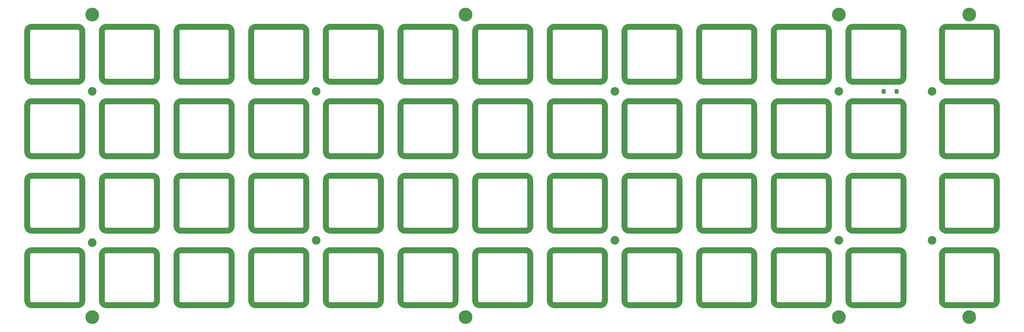
<source format=gbr>
G04 #@! TF.GenerationSoftware,KiCad,Pcbnew,(5.1.10-1-10_14)*
G04 #@! TF.CreationDate,2021-08-22T14:32:33-05:00*
G04 #@! TF.ProjectId,ori_top_plate,6f72695f-746f-4705-9f70-6c6174652e6b,rev?*
G04 #@! TF.SameCoordinates,Original*
G04 #@! TF.FileFunction,Soldermask,Bot*
G04 #@! TF.FilePolarity,Negative*
%FSLAX46Y46*%
G04 Gerber Fmt 4.6, Leading zero omitted, Abs format (unit mm)*
G04 Created by KiCad (PCBNEW (5.1.10-1-10_14)) date 2021-08-22 14:32:33*
%MOMM*%
%LPD*%
G01*
G04 APERTURE LIST*
%ADD10C,1.500000*%
%ADD11C,2.200000*%
%ADD12C,3.500000*%
G04 APERTURE END LIST*
D10*
X162972530Y-56006460D02*
G75*
G02*
X161972530Y-57006460I-1000000J0D01*
G01*
X149972530Y-57006460D02*
G75*
G02*
X148972530Y-56006460I0J1000000D01*
G01*
X148972530Y-44006460D02*
G75*
G02*
X149972530Y-43006460I1000000J0D01*
G01*
X161972530Y-43006460D02*
G75*
G02*
X162972530Y-44006460I0J-1000000D01*
G01*
X162972530Y-56006460D02*
X162972530Y-44006460D01*
X161972530Y-57006460D02*
X149972530Y-57006460D01*
X148972530Y-56006460D02*
X148972530Y-44006460D01*
X161972530Y-43006460D02*
X149972530Y-43006460D01*
X396336010Y-113156700D02*
G75*
G02*
X395336010Y-114156700I-1000000J0D01*
G01*
X383336010Y-114156700D02*
G75*
G02*
X382336010Y-113156700I0J1000000D01*
G01*
X382336010Y-101156700D02*
G75*
G02*
X383336010Y-100156700I1000000J0D01*
G01*
X395336010Y-100156700D02*
G75*
G02*
X396336010Y-101156700I0J-1000000D01*
G01*
X396336010Y-113156700D02*
X396336010Y-101156700D01*
X395336010Y-114156700D02*
X383336010Y-114156700D01*
X382336010Y-113156700D02*
X382336010Y-101156700D01*
X395336010Y-100156700D02*
X383336010Y-100156700D01*
X396335890Y-94106428D02*
G75*
G02*
X395335890Y-95106428I-1000000J0D01*
G01*
X383335890Y-95106428D02*
G75*
G02*
X382335890Y-94106428I0J1000000D01*
G01*
X382335890Y-82106428D02*
G75*
G02*
X383335890Y-81106428I1000000J0D01*
G01*
X395335890Y-81106428D02*
G75*
G02*
X396335890Y-82106428I0J-1000000D01*
G01*
X396335890Y-94106428D02*
X396335890Y-82106428D01*
X395335890Y-95106428D02*
X383335890Y-95106428D01*
X382335890Y-94106428D02*
X382335890Y-82106428D01*
X395335890Y-81106428D02*
X383335890Y-81106428D01*
X396335890Y-75056444D02*
G75*
G02*
X395335890Y-76056444I-1000000J0D01*
G01*
X383335890Y-76056444D02*
G75*
G02*
X382335890Y-75056444I0J1000000D01*
G01*
X382335890Y-63056444D02*
G75*
G02*
X383335890Y-62056444I1000000J0D01*
G01*
X395335890Y-62056444D02*
G75*
G02*
X396335890Y-63056444I0J-1000000D01*
G01*
X396335890Y-75056444D02*
X396335890Y-63056444D01*
X395335890Y-76056444D02*
X383335890Y-76056444D01*
X382335890Y-75056444D02*
X382335890Y-63056444D01*
X395335890Y-62056444D02*
X383335890Y-62056444D01*
X396336010Y-56006460D02*
G75*
G02*
X395336010Y-57006460I-1000000J0D01*
G01*
X383336010Y-57006460D02*
G75*
G02*
X382336010Y-56006460I0J1000000D01*
G01*
X382336010Y-44006460D02*
G75*
G02*
X383336010Y-43006460I1000000J0D01*
G01*
X395336010Y-43006460D02*
G75*
G02*
X396336010Y-44006460I0J-1000000D01*
G01*
X396336010Y-56006460D02*
X396336010Y-44006460D01*
X395336010Y-57006460D02*
X383336010Y-57006460D01*
X382336010Y-56006460D02*
X382336010Y-44006460D01*
X395336010Y-43006460D02*
X383336010Y-43006460D01*
X372523410Y-113156700D02*
G75*
G02*
X371523410Y-114156700I-1000000J0D01*
G01*
X359523410Y-114156700D02*
G75*
G02*
X358523410Y-113156700I0J1000000D01*
G01*
X358523410Y-101156700D02*
G75*
G02*
X359523410Y-100156700I1000000J0D01*
G01*
X371523410Y-100156700D02*
G75*
G02*
X372523410Y-101156700I0J-1000000D01*
G01*
X372523410Y-113156700D02*
X372523410Y-101156700D01*
X371523410Y-114156700D02*
X359523410Y-114156700D01*
X358523410Y-113156700D02*
X358523410Y-101156700D01*
X371523410Y-100156700D02*
X359523410Y-100156700D01*
X353473330Y-113160000D02*
G75*
G02*
X352473330Y-114160000I-1000000J0D01*
G01*
X340473330Y-114160000D02*
G75*
G02*
X339473330Y-113160000I0J1000000D01*
G01*
X339473330Y-101160000D02*
G75*
G02*
X340473330Y-100160000I1000000J0D01*
G01*
X352473330Y-100160000D02*
G75*
G02*
X353473330Y-101160000I0J-1000000D01*
G01*
X353473330Y-113160000D02*
X353473330Y-101160000D01*
X352473330Y-114160000D02*
X340473330Y-114160000D01*
X339473330Y-113160000D02*
X339473330Y-101160000D01*
X352473330Y-100160000D02*
X340473330Y-100160000D01*
X334423250Y-113156700D02*
G75*
G02*
X333423250Y-114156700I-1000000J0D01*
G01*
X321423250Y-114156700D02*
G75*
G02*
X320423250Y-113156700I0J1000000D01*
G01*
X320423250Y-101156700D02*
G75*
G02*
X321423250Y-100156700I1000000J0D01*
G01*
X333423250Y-100156700D02*
G75*
G02*
X334423250Y-101156700I0J-1000000D01*
G01*
X334423250Y-113156700D02*
X334423250Y-101156700D01*
X333423250Y-114156700D02*
X321423250Y-114156700D01*
X320423250Y-113156700D02*
X320423250Y-101156700D01*
X333423250Y-100156700D02*
X321423250Y-100156700D01*
X315373170Y-113156700D02*
G75*
G02*
X314373170Y-114156700I-1000000J0D01*
G01*
X302373170Y-114156700D02*
G75*
G02*
X301373170Y-113156700I0J1000000D01*
G01*
X301373170Y-101156700D02*
G75*
G02*
X302373170Y-100156700I1000000J0D01*
G01*
X314373170Y-100156700D02*
G75*
G02*
X315373170Y-101156700I0J-1000000D01*
G01*
X315373170Y-113156700D02*
X315373170Y-101156700D01*
X314373170Y-114156700D02*
X302373170Y-114156700D01*
X301373170Y-113156700D02*
X301373170Y-101156700D01*
X314373170Y-100156700D02*
X302373170Y-100156700D01*
X296323090Y-113156700D02*
G75*
G02*
X295323090Y-114156700I-1000000J0D01*
G01*
X283323090Y-114156700D02*
G75*
G02*
X282323090Y-113156700I0J1000000D01*
G01*
X282323090Y-101156700D02*
G75*
G02*
X283323090Y-100156700I1000000J0D01*
G01*
X295323090Y-100156700D02*
G75*
G02*
X296323090Y-101156700I0J-1000000D01*
G01*
X296323090Y-113156700D02*
X296323090Y-101156700D01*
X295323090Y-114156700D02*
X283323090Y-114156700D01*
X282323090Y-113156700D02*
X282323090Y-101156700D01*
X295323090Y-100156700D02*
X283323090Y-100156700D01*
X277273010Y-113156700D02*
G75*
G02*
X276273010Y-114156700I-1000000J0D01*
G01*
X264273010Y-114156700D02*
G75*
G02*
X263273010Y-113156700I0J1000000D01*
G01*
X263273010Y-101156700D02*
G75*
G02*
X264273010Y-100156700I1000000J0D01*
G01*
X276273010Y-100156700D02*
G75*
G02*
X277273010Y-101156700I0J-1000000D01*
G01*
X277273010Y-113156700D02*
X277273010Y-101156700D01*
X276273010Y-114156700D02*
X264273010Y-114156700D01*
X263273010Y-113156700D02*
X263273010Y-101156700D01*
X276273010Y-100156700D02*
X264273010Y-100156700D01*
X258222930Y-113156700D02*
G75*
G02*
X257222930Y-114156700I-1000000J0D01*
G01*
X245222930Y-114156700D02*
G75*
G02*
X244222930Y-113156700I0J1000000D01*
G01*
X244222930Y-101156700D02*
G75*
G02*
X245222930Y-100156700I1000000J0D01*
G01*
X257222930Y-100156700D02*
G75*
G02*
X258222930Y-101156700I0J-1000000D01*
G01*
X258222930Y-113156700D02*
X258222930Y-101156700D01*
X257222930Y-114156700D02*
X245222930Y-114156700D01*
X244222930Y-113156700D02*
X244222930Y-101156700D01*
X257222930Y-100156700D02*
X245222930Y-100156700D01*
X239172850Y-113156700D02*
G75*
G02*
X238172850Y-114156700I-1000000J0D01*
G01*
X226172850Y-114156700D02*
G75*
G02*
X225172850Y-113156700I0J1000000D01*
G01*
X225172850Y-101156700D02*
G75*
G02*
X226172850Y-100156700I1000000J0D01*
G01*
X238172850Y-100156700D02*
G75*
G02*
X239172850Y-101156700I0J-1000000D01*
G01*
X239172850Y-113156700D02*
X239172850Y-101156700D01*
X238172850Y-114156700D02*
X226172850Y-114156700D01*
X225172850Y-113156700D02*
X225172850Y-101156700D01*
X238172850Y-100156700D02*
X226172850Y-100156700D01*
X220122770Y-113156700D02*
G75*
G02*
X219122770Y-114156700I-1000000J0D01*
G01*
X207122770Y-114156700D02*
G75*
G02*
X206122770Y-113156700I0J1000000D01*
G01*
X206122770Y-101156700D02*
G75*
G02*
X207122770Y-100156700I1000000J0D01*
G01*
X219122770Y-100156700D02*
G75*
G02*
X220122770Y-101156700I0J-1000000D01*
G01*
X220122770Y-113156700D02*
X220122770Y-101156700D01*
X219122770Y-114156700D02*
X207122770Y-114156700D01*
X206122770Y-113156700D02*
X206122770Y-101156700D01*
X219122770Y-100156700D02*
X207122770Y-100156700D01*
X201072690Y-113156700D02*
G75*
G02*
X200072690Y-114156700I-1000000J0D01*
G01*
X188072690Y-114156700D02*
G75*
G02*
X187072690Y-113156700I0J1000000D01*
G01*
X187072690Y-101156700D02*
G75*
G02*
X188072690Y-100156700I1000000J0D01*
G01*
X200072690Y-100156700D02*
G75*
G02*
X201072690Y-101156700I0J-1000000D01*
G01*
X201072690Y-113156700D02*
X201072690Y-101156700D01*
X200072690Y-114156700D02*
X188072690Y-114156700D01*
X187072690Y-113156700D02*
X187072690Y-101156700D01*
X200072690Y-100156700D02*
X188072690Y-100156700D01*
X182022610Y-113156700D02*
G75*
G02*
X181022610Y-114156700I-1000000J0D01*
G01*
X169022610Y-114156700D02*
G75*
G02*
X168022610Y-113156700I0J1000000D01*
G01*
X168022610Y-101156700D02*
G75*
G02*
X169022610Y-100156700I1000000J0D01*
G01*
X181022610Y-100156700D02*
G75*
G02*
X182022610Y-101156700I0J-1000000D01*
G01*
X182022610Y-113156700D02*
X182022610Y-101156700D01*
X181022610Y-114156700D02*
X169022610Y-114156700D01*
X168022610Y-113156700D02*
X168022610Y-101156700D01*
X181022610Y-100156700D02*
X169022610Y-100156700D01*
X162972530Y-113156700D02*
G75*
G02*
X161972530Y-114156700I-1000000J0D01*
G01*
X149972530Y-114156700D02*
G75*
G02*
X148972530Y-113156700I0J1000000D01*
G01*
X148972530Y-101156700D02*
G75*
G02*
X149972530Y-100156700I1000000J0D01*
G01*
X161972530Y-100156700D02*
G75*
G02*
X162972530Y-101156700I0J-1000000D01*
G01*
X162972530Y-113156700D02*
X162972530Y-101156700D01*
X161972530Y-114156700D02*
X149972530Y-114156700D01*
X148972530Y-113156700D02*
X148972530Y-101156700D01*
X161972530Y-100156700D02*
X149972530Y-100156700D01*
X372523410Y-94106620D02*
G75*
G02*
X371523410Y-95106620I-1000000J0D01*
G01*
X359523410Y-95106620D02*
G75*
G02*
X358523410Y-94106620I0J1000000D01*
G01*
X358523410Y-82106620D02*
G75*
G02*
X359523410Y-81106620I1000000J0D01*
G01*
X371523410Y-81106620D02*
G75*
G02*
X372523410Y-82106620I0J-1000000D01*
G01*
X372523410Y-94106620D02*
X372523410Y-82106620D01*
X371523410Y-95106620D02*
X359523410Y-95106620D01*
X358523410Y-94106620D02*
X358523410Y-82106620D01*
X371523410Y-81106620D02*
X359523410Y-81106620D01*
X353473330Y-94106620D02*
G75*
G02*
X352473330Y-95106620I-1000000J0D01*
G01*
X340473330Y-95106620D02*
G75*
G02*
X339473330Y-94106620I0J1000000D01*
G01*
X339473330Y-82106620D02*
G75*
G02*
X340473330Y-81106620I1000000J0D01*
G01*
X352473330Y-81106620D02*
G75*
G02*
X353473330Y-82106620I0J-1000000D01*
G01*
X353473330Y-94106620D02*
X353473330Y-82106620D01*
X352473330Y-95106620D02*
X340473330Y-95106620D01*
X339473330Y-94106620D02*
X339473330Y-82106620D01*
X352473330Y-81106620D02*
X340473330Y-81106620D01*
X334423250Y-94106620D02*
G75*
G02*
X333423250Y-95106620I-1000000J0D01*
G01*
X321423250Y-95106620D02*
G75*
G02*
X320423250Y-94106620I0J1000000D01*
G01*
X320423250Y-82106620D02*
G75*
G02*
X321423250Y-81106620I1000000J0D01*
G01*
X333423250Y-81106620D02*
G75*
G02*
X334423250Y-82106620I0J-1000000D01*
G01*
X334423250Y-94106620D02*
X334423250Y-82106620D01*
X333423250Y-95106620D02*
X321423250Y-95106620D01*
X320423250Y-94106620D02*
X320423250Y-82106620D01*
X333423250Y-81106620D02*
X321423250Y-81106620D01*
X315373170Y-94106620D02*
G75*
G02*
X314373170Y-95106620I-1000000J0D01*
G01*
X302373170Y-95106620D02*
G75*
G02*
X301373170Y-94106620I0J1000000D01*
G01*
X301373170Y-82106620D02*
G75*
G02*
X302373170Y-81106620I1000000J0D01*
G01*
X314373170Y-81106620D02*
G75*
G02*
X315373170Y-82106620I0J-1000000D01*
G01*
X315373170Y-94106620D02*
X315373170Y-82106620D01*
X314373170Y-95106620D02*
X302373170Y-95106620D01*
X301373170Y-94106620D02*
X301373170Y-82106620D01*
X314373170Y-81106620D02*
X302373170Y-81106620D01*
X296323090Y-94106620D02*
G75*
G02*
X295323090Y-95106620I-1000000J0D01*
G01*
X283323090Y-95106620D02*
G75*
G02*
X282323090Y-94106620I0J1000000D01*
G01*
X282323090Y-82106620D02*
G75*
G02*
X283323090Y-81106620I1000000J0D01*
G01*
X295323090Y-81106620D02*
G75*
G02*
X296323090Y-82106620I0J-1000000D01*
G01*
X296323090Y-94106620D02*
X296323090Y-82106620D01*
X295323090Y-95106620D02*
X283323090Y-95106620D01*
X282323090Y-94106620D02*
X282323090Y-82106620D01*
X295323090Y-81106620D02*
X283323090Y-81106620D01*
X277273010Y-94106620D02*
G75*
G02*
X276273010Y-95106620I-1000000J0D01*
G01*
X264273010Y-95106620D02*
G75*
G02*
X263273010Y-94106620I0J1000000D01*
G01*
X263273010Y-82106620D02*
G75*
G02*
X264273010Y-81106620I1000000J0D01*
G01*
X276273010Y-81106620D02*
G75*
G02*
X277273010Y-82106620I0J-1000000D01*
G01*
X277273010Y-94106620D02*
X277273010Y-82106620D01*
X276273010Y-95106620D02*
X264273010Y-95106620D01*
X263273010Y-94106620D02*
X263273010Y-82106620D01*
X276273010Y-81106620D02*
X264273010Y-81106620D01*
X258222930Y-94106620D02*
G75*
G02*
X257222930Y-95106620I-1000000J0D01*
G01*
X245222930Y-95106620D02*
G75*
G02*
X244222930Y-94106620I0J1000000D01*
G01*
X244222930Y-82106620D02*
G75*
G02*
X245222930Y-81106620I1000000J0D01*
G01*
X257222930Y-81106620D02*
G75*
G02*
X258222930Y-82106620I0J-1000000D01*
G01*
X258222930Y-94106620D02*
X258222930Y-82106620D01*
X257222930Y-95106620D02*
X245222930Y-95106620D01*
X244222930Y-94106620D02*
X244222930Y-82106620D01*
X257222930Y-81106620D02*
X245222930Y-81106620D01*
X239172850Y-94106620D02*
G75*
G02*
X238172850Y-95106620I-1000000J0D01*
G01*
X226172850Y-95106620D02*
G75*
G02*
X225172850Y-94106620I0J1000000D01*
G01*
X225172850Y-82106620D02*
G75*
G02*
X226172850Y-81106620I1000000J0D01*
G01*
X238172850Y-81106620D02*
G75*
G02*
X239172850Y-82106620I0J-1000000D01*
G01*
X239172850Y-94106620D02*
X239172850Y-82106620D01*
X238172850Y-95106620D02*
X226172850Y-95106620D01*
X225172850Y-94106620D02*
X225172850Y-82106620D01*
X238172850Y-81106620D02*
X226172850Y-81106620D01*
X220122770Y-94106620D02*
G75*
G02*
X219122770Y-95106620I-1000000J0D01*
G01*
X207122770Y-95106620D02*
G75*
G02*
X206122770Y-94106620I0J1000000D01*
G01*
X206122770Y-82106620D02*
G75*
G02*
X207122770Y-81106620I1000000J0D01*
G01*
X219122770Y-81106620D02*
G75*
G02*
X220122770Y-82106620I0J-1000000D01*
G01*
X220122770Y-94106620D02*
X220122770Y-82106620D01*
X219122770Y-95106620D02*
X207122770Y-95106620D01*
X206122770Y-94106620D02*
X206122770Y-82106620D01*
X219122770Y-81106620D02*
X207122770Y-81106620D01*
X201072690Y-94106620D02*
G75*
G02*
X200072690Y-95106620I-1000000J0D01*
G01*
X188072690Y-95106620D02*
G75*
G02*
X187072690Y-94106620I0J1000000D01*
G01*
X187072690Y-82106620D02*
G75*
G02*
X188072690Y-81106620I1000000J0D01*
G01*
X200072690Y-81106620D02*
G75*
G02*
X201072690Y-82106620I0J-1000000D01*
G01*
X201072690Y-94106620D02*
X201072690Y-82106620D01*
X200072690Y-95106620D02*
X188072690Y-95106620D01*
X187072690Y-94106620D02*
X187072690Y-82106620D01*
X200072690Y-81106620D02*
X188072690Y-81106620D01*
X182022610Y-94106620D02*
G75*
G02*
X181022610Y-95106620I-1000000J0D01*
G01*
X169022610Y-95106620D02*
G75*
G02*
X168022610Y-94106620I0J1000000D01*
G01*
X168022610Y-82106620D02*
G75*
G02*
X169022610Y-81106620I1000000J0D01*
G01*
X181022610Y-81106620D02*
G75*
G02*
X182022610Y-82106620I0J-1000000D01*
G01*
X182022610Y-94106620D02*
X182022610Y-82106620D01*
X181022610Y-95106620D02*
X169022610Y-95106620D01*
X168022610Y-94106620D02*
X168022610Y-82106620D01*
X181022610Y-81106620D02*
X169022610Y-81106620D01*
X162972530Y-94106620D02*
G75*
G02*
X161972530Y-95106620I-1000000J0D01*
G01*
X149972530Y-95106620D02*
G75*
G02*
X148972530Y-94106620I0J1000000D01*
G01*
X148972530Y-82106620D02*
G75*
G02*
X149972530Y-81106620I1000000J0D01*
G01*
X161972530Y-81106620D02*
G75*
G02*
X162972530Y-82106620I0J-1000000D01*
G01*
X162972530Y-94106620D02*
X162972530Y-82106620D01*
X161972530Y-95106620D02*
X149972530Y-95106620D01*
X148972530Y-94106620D02*
X148972530Y-82106620D01*
X161972530Y-81106620D02*
X149972530Y-81106620D01*
X372523410Y-75056540D02*
G75*
G02*
X371523410Y-76056540I-1000000J0D01*
G01*
X359523410Y-76056540D02*
G75*
G02*
X358523410Y-75056540I0J1000000D01*
G01*
X358523410Y-63056540D02*
G75*
G02*
X359523410Y-62056540I1000000J0D01*
G01*
X371523410Y-62056540D02*
G75*
G02*
X372523410Y-63056540I0J-1000000D01*
G01*
X372523410Y-75056540D02*
X372523410Y-63056540D01*
X371523410Y-76056540D02*
X359523410Y-76056540D01*
X358523410Y-75056540D02*
X358523410Y-63056540D01*
X371523410Y-62056540D02*
X359523410Y-62056540D01*
X353473330Y-75056540D02*
G75*
G02*
X352473330Y-76056540I-1000000J0D01*
G01*
X340473330Y-76056540D02*
G75*
G02*
X339473330Y-75056540I0J1000000D01*
G01*
X339473330Y-63056540D02*
G75*
G02*
X340473330Y-62056540I1000000J0D01*
G01*
X352473330Y-62056540D02*
G75*
G02*
X353473330Y-63056540I0J-1000000D01*
G01*
X353473330Y-75056540D02*
X353473330Y-63056540D01*
X352473330Y-76056540D02*
X340473330Y-76056540D01*
X339473330Y-75056540D02*
X339473330Y-63056540D01*
X352473330Y-62056540D02*
X340473330Y-62056540D01*
X334423250Y-75056540D02*
G75*
G02*
X333423250Y-76056540I-1000000J0D01*
G01*
X321423250Y-76056540D02*
G75*
G02*
X320423250Y-75056540I0J1000000D01*
G01*
X320423250Y-63056540D02*
G75*
G02*
X321423250Y-62056540I1000000J0D01*
G01*
X333423250Y-62056540D02*
G75*
G02*
X334423250Y-63056540I0J-1000000D01*
G01*
X334423250Y-75056540D02*
X334423250Y-63056540D01*
X333423250Y-76056540D02*
X321423250Y-76056540D01*
X320423250Y-75056540D02*
X320423250Y-63056540D01*
X333423250Y-62056540D02*
X321423250Y-62056540D01*
X315373170Y-75056540D02*
G75*
G02*
X314373170Y-76056540I-1000000J0D01*
G01*
X302373170Y-76056540D02*
G75*
G02*
X301373170Y-75056540I0J1000000D01*
G01*
X301373170Y-63056540D02*
G75*
G02*
X302373170Y-62056540I1000000J0D01*
G01*
X314373170Y-62056540D02*
G75*
G02*
X315373170Y-63056540I0J-1000000D01*
G01*
X315373170Y-75056540D02*
X315373170Y-63056540D01*
X314373170Y-76056540D02*
X302373170Y-76056540D01*
X301373170Y-75056540D02*
X301373170Y-63056540D01*
X314373170Y-62056540D02*
X302373170Y-62056540D01*
X296323090Y-75056540D02*
G75*
G02*
X295323090Y-76056540I-1000000J0D01*
G01*
X283323090Y-76056540D02*
G75*
G02*
X282323090Y-75056540I0J1000000D01*
G01*
X282323090Y-63056540D02*
G75*
G02*
X283323090Y-62056540I1000000J0D01*
G01*
X295323090Y-62056540D02*
G75*
G02*
X296323090Y-63056540I0J-1000000D01*
G01*
X296323090Y-75056540D02*
X296323090Y-63056540D01*
X295323090Y-76056540D02*
X283323090Y-76056540D01*
X282323090Y-75056540D02*
X282323090Y-63056540D01*
X295323090Y-62056540D02*
X283323090Y-62056540D01*
X277273010Y-75056540D02*
G75*
G02*
X276273010Y-76056540I-1000000J0D01*
G01*
X264273010Y-76056540D02*
G75*
G02*
X263273010Y-75056540I0J1000000D01*
G01*
X263273010Y-63056540D02*
G75*
G02*
X264273010Y-62056540I1000000J0D01*
G01*
X276273010Y-62056540D02*
G75*
G02*
X277273010Y-63056540I0J-1000000D01*
G01*
X277273010Y-75056540D02*
X277273010Y-63056540D01*
X276273010Y-76056540D02*
X264273010Y-76056540D01*
X263273010Y-75056540D02*
X263273010Y-63056540D01*
X276273010Y-62056540D02*
X264273010Y-62056540D01*
X258222930Y-75056540D02*
G75*
G02*
X257222930Y-76056540I-1000000J0D01*
G01*
X245222930Y-76056540D02*
G75*
G02*
X244222930Y-75056540I0J1000000D01*
G01*
X244222930Y-63056540D02*
G75*
G02*
X245222930Y-62056540I1000000J0D01*
G01*
X257222930Y-62056540D02*
G75*
G02*
X258222930Y-63056540I0J-1000000D01*
G01*
X258222930Y-75056540D02*
X258222930Y-63056540D01*
X257222930Y-76056540D02*
X245222930Y-76056540D01*
X244222930Y-75056540D02*
X244222930Y-63056540D01*
X257222930Y-62056540D02*
X245222930Y-62056540D01*
X239172850Y-75056540D02*
G75*
G02*
X238172850Y-76056540I-1000000J0D01*
G01*
X226172850Y-76056540D02*
G75*
G02*
X225172850Y-75056540I0J1000000D01*
G01*
X225172850Y-63056540D02*
G75*
G02*
X226172850Y-62056540I1000000J0D01*
G01*
X238172850Y-62056540D02*
G75*
G02*
X239172850Y-63056540I0J-1000000D01*
G01*
X239172850Y-75056540D02*
X239172850Y-63056540D01*
X238172850Y-76056540D02*
X226172850Y-76056540D01*
X225172850Y-75056540D02*
X225172850Y-63056540D01*
X238172850Y-62056540D02*
X226172850Y-62056540D01*
X220122770Y-75056540D02*
G75*
G02*
X219122770Y-76056540I-1000000J0D01*
G01*
X207122770Y-76056540D02*
G75*
G02*
X206122770Y-75056540I0J1000000D01*
G01*
X206122770Y-63056540D02*
G75*
G02*
X207122770Y-62056540I1000000J0D01*
G01*
X219122770Y-62056540D02*
G75*
G02*
X220122770Y-63056540I0J-1000000D01*
G01*
X220122770Y-75056540D02*
X220122770Y-63056540D01*
X219122770Y-76056540D02*
X207122770Y-76056540D01*
X206122770Y-75056540D02*
X206122770Y-63056540D01*
X219122770Y-62056540D02*
X207122770Y-62056540D01*
X201072690Y-75056540D02*
G75*
G02*
X200072690Y-76056540I-1000000J0D01*
G01*
X188072690Y-76056540D02*
G75*
G02*
X187072690Y-75056540I0J1000000D01*
G01*
X187072690Y-63056540D02*
G75*
G02*
X188072690Y-62056540I1000000J0D01*
G01*
X200072690Y-62056540D02*
G75*
G02*
X201072690Y-63056540I0J-1000000D01*
G01*
X201072690Y-75056540D02*
X201072690Y-63056540D01*
X200072690Y-76056540D02*
X188072690Y-76056540D01*
X187072690Y-75056540D02*
X187072690Y-63056540D01*
X200072690Y-62056540D02*
X188072690Y-62056540D01*
X182022610Y-75056540D02*
G75*
G02*
X181022610Y-76056540I-1000000J0D01*
G01*
X169022610Y-76056540D02*
G75*
G02*
X168022610Y-75056540I0J1000000D01*
G01*
X168022610Y-63056540D02*
G75*
G02*
X169022610Y-62056540I1000000J0D01*
G01*
X181022610Y-62056540D02*
G75*
G02*
X182022610Y-63056540I0J-1000000D01*
G01*
X182022610Y-75056540D02*
X182022610Y-63056540D01*
X181022610Y-76056540D02*
X169022610Y-76056540D01*
X168022610Y-75056540D02*
X168022610Y-63056540D01*
X181022610Y-62056540D02*
X169022610Y-62056540D01*
X162972530Y-75056540D02*
G75*
G02*
X161972530Y-76056540I-1000000J0D01*
G01*
X149972530Y-76056540D02*
G75*
G02*
X148972530Y-75056540I0J1000000D01*
G01*
X148972530Y-63056540D02*
G75*
G02*
X149972530Y-62056540I1000000J0D01*
G01*
X161972530Y-62056540D02*
G75*
G02*
X162972530Y-63056540I0J-1000000D01*
G01*
X162972530Y-75056540D02*
X162972530Y-63056540D01*
X161972530Y-76056540D02*
X149972530Y-76056540D01*
X148972530Y-75056540D02*
X148972530Y-63056540D01*
X161972530Y-62056540D02*
X149972530Y-62056540D01*
X372523410Y-56006460D02*
G75*
G02*
X371523410Y-57006460I-1000000J0D01*
G01*
X359523410Y-57006460D02*
G75*
G02*
X358523410Y-56006460I0J1000000D01*
G01*
X358523410Y-44006460D02*
G75*
G02*
X359523410Y-43006460I1000000J0D01*
G01*
X371523410Y-43006460D02*
G75*
G02*
X372523410Y-44006460I0J-1000000D01*
G01*
X372523410Y-56006460D02*
X372523410Y-44006460D01*
X371523410Y-57006460D02*
X359523410Y-57006460D01*
X358523410Y-56006460D02*
X358523410Y-44006460D01*
X371523410Y-43006460D02*
X359523410Y-43006460D01*
X353473330Y-56006460D02*
G75*
G02*
X352473330Y-57006460I-1000000J0D01*
G01*
X340473330Y-57006460D02*
G75*
G02*
X339473330Y-56006460I0J1000000D01*
G01*
X339473330Y-44006460D02*
G75*
G02*
X340473330Y-43006460I1000000J0D01*
G01*
X352473330Y-43006460D02*
G75*
G02*
X353473330Y-44006460I0J-1000000D01*
G01*
X353473330Y-56006460D02*
X353473330Y-44006460D01*
X352473330Y-57006460D02*
X340473330Y-57006460D01*
X339473330Y-56006460D02*
X339473330Y-44006460D01*
X352473330Y-43006460D02*
X340473330Y-43006460D01*
X334423250Y-56006460D02*
G75*
G02*
X333423250Y-57006460I-1000000J0D01*
G01*
X321423250Y-57006460D02*
G75*
G02*
X320423250Y-56006460I0J1000000D01*
G01*
X320423250Y-44006460D02*
G75*
G02*
X321423250Y-43006460I1000000J0D01*
G01*
X333423250Y-43006460D02*
G75*
G02*
X334423250Y-44006460I0J-1000000D01*
G01*
X334423250Y-56006460D02*
X334423250Y-44006460D01*
X333423250Y-57006460D02*
X321423250Y-57006460D01*
X320423250Y-56006460D02*
X320423250Y-44006460D01*
X333423250Y-43006460D02*
X321423250Y-43006460D01*
X315373170Y-56006460D02*
G75*
G02*
X314373170Y-57006460I-1000000J0D01*
G01*
X302373170Y-57006460D02*
G75*
G02*
X301373170Y-56006460I0J1000000D01*
G01*
X301373170Y-44006460D02*
G75*
G02*
X302373170Y-43006460I1000000J0D01*
G01*
X314373170Y-43006460D02*
G75*
G02*
X315373170Y-44006460I0J-1000000D01*
G01*
X315373170Y-56006460D02*
X315373170Y-44006460D01*
X314373170Y-57006460D02*
X302373170Y-57006460D01*
X301373170Y-56006460D02*
X301373170Y-44006460D01*
X314373170Y-43006460D02*
X302373170Y-43006460D01*
X296323090Y-56006460D02*
G75*
G02*
X295323090Y-57006460I-1000000J0D01*
G01*
X283323090Y-57006460D02*
G75*
G02*
X282323090Y-56006460I0J1000000D01*
G01*
X282323090Y-44006460D02*
G75*
G02*
X283323090Y-43006460I1000000J0D01*
G01*
X295323090Y-43006460D02*
G75*
G02*
X296323090Y-44006460I0J-1000000D01*
G01*
X296323090Y-56006460D02*
X296323090Y-44006460D01*
X295323090Y-57006460D02*
X283323090Y-57006460D01*
X282323090Y-56006460D02*
X282323090Y-44006460D01*
X295323090Y-43006460D02*
X283323090Y-43006460D01*
X277273010Y-56006460D02*
G75*
G02*
X276273010Y-57006460I-1000000J0D01*
G01*
X264273010Y-57006460D02*
G75*
G02*
X263273010Y-56006460I0J1000000D01*
G01*
X263273010Y-44006460D02*
G75*
G02*
X264273010Y-43006460I1000000J0D01*
G01*
X276273010Y-43006460D02*
G75*
G02*
X277273010Y-44006460I0J-1000000D01*
G01*
X277273010Y-56006460D02*
X277273010Y-44006460D01*
X276273010Y-57006460D02*
X264273010Y-57006460D01*
X263273010Y-56006460D02*
X263273010Y-44006460D01*
X276273010Y-43006460D02*
X264273010Y-43006460D01*
X258222930Y-56006460D02*
G75*
G02*
X257222930Y-57006460I-1000000J0D01*
G01*
X245222930Y-57006460D02*
G75*
G02*
X244222930Y-56006460I0J1000000D01*
G01*
X244222930Y-44006460D02*
G75*
G02*
X245222930Y-43006460I1000000J0D01*
G01*
X257222930Y-43006460D02*
G75*
G02*
X258222930Y-44006460I0J-1000000D01*
G01*
X258222930Y-56006460D02*
X258222930Y-44006460D01*
X257222930Y-57006460D02*
X245222930Y-57006460D01*
X244222930Y-56006460D02*
X244222930Y-44006460D01*
X257222930Y-43006460D02*
X245222930Y-43006460D01*
X239172850Y-56006460D02*
G75*
G02*
X238172850Y-57006460I-1000000J0D01*
G01*
X226172850Y-57006460D02*
G75*
G02*
X225172850Y-56006460I0J1000000D01*
G01*
X225172850Y-44006460D02*
G75*
G02*
X226172850Y-43006460I1000000J0D01*
G01*
X238172850Y-43006460D02*
G75*
G02*
X239172850Y-44006460I0J-1000000D01*
G01*
X239172850Y-56006460D02*
X239172850Y-44006460D01*
X238172850Y-57006460D02*
X226172850Y-57006460D01*
X225172850Y-56006460D02*
X225172850Y-44006460D01*
X238172850Y-43006460D02*
X226172850Y-43006460D01*
X220122770Y-56006460D02*
G75*
G02*
X219122770Y-57006460I-1000000J0D01*
G01*
X207122770Y-57006460D02*
G75*
G02*
X206122770Y-56006460I0J1000000D01*
G01*
X206122770Y-44006460D02*
G75*
G02*
X207122770Y-43006460I1000000J0D01*
G01*
X219122770Y-43006460D02*
G75*
G02*
X220122770Y-44006460I0J-1000000D01*
G01*
X220122770Y-56006460D02*
X220122770Y-44006460D01*
X219122770Y-57006460D02*
X207122770Y-57006460D01*
X206122770Y-56006460D02*
X206122770Y-44006460D01*
X219122770Y-43006460D02*
X207122770Y-43006460D01*
X201072690Y-56006460D02*
G75*
G02*
X200072690Y-57006460I-1000000J0D01*
G01*
X188072690Y-57006460D02*
G75*
G02*
X187072690Y-56006460I0J1000000D01*
G01*
X187072690Y-44006460D02*
G75*
G02*
X188072690Y-43006460I1000000J0D01*
G01*
X200072690Y-43006460D02*
G75*
G02*
X201072690Y-44006460I0J-1000000D01*
G01*
X201072690Y-56006460D02*
X201072690Y-44006460D01*
X200072690Y-57006460D02*
X188072690Y-57006460D01*
X187072690Y-56006460D02*
X187072690Y-44006460D01*
X200072690Y-43006460D02*
X188072690Y-43006460D01*
X182022610Y-56006460D02*
G75*
G02*
X181022610Y-57006460I-1000000J0D01*
G01*
X169022610Y-57006460D02*
G75*
G02*
X168022610Y-56006460I0J1000000D01*
G01*
X168022610Y-44006460D02*
G75*
G02*
X169022610Y-43006460I1000000J0D01*
G01*
X181022610Y-43006460D02*
G75*
G02*
X182022610Y-44006460I0J-1000000D01*
G01*
X182022610Y-56006460D02*
X182022610Y-44006460D01*
X181022610Y-57006460D02*
X169022610Y-57006460D01*
X168022610Y-56006460D02*
X168022610Y-44006460D01*
X181022610Y-43006460D02*
X169022610Y-43006460D01*
D11*
X379810898Y-97631420D03*
X379810898Y-59531452D03*
X355998418Y-97631420D03*
X355998418Y-59531452D03*
X298848466Y-97631420D03*
X298848466Y-59531452D03*
X222648530Y-97631420D03*
X222648530Y-59531452D03*
X165498578Y-98226732D03*
X165498578Y-59531452D03*
G36*
G01*
X370270360Y-59868904D02*
X370270360Y-59168904D01*
G75*
G02*
X370520360Y-58918904I250000J0D01*
G01*
X371020360Y-58918904D01*
G75*
G02*
X371270360Y-59168904I0J-250000D01*
G01*
X371270360Y-59868904D01*
G75*
G02*
X371020360Y-60118904I-250000J0D01*
G01*
X370520360Y-60118904D01*
G75*
G02*
X370270360Y-59868904I0J250000D01*
G01*
G37*
G36*
G01*
X366970360Y-59868904D02*
X366970360Y-59168904D01*
G75*
G02*
X367220360Y-58918904I250000J0D01*
G01*
X367720360Y-58918904D01*
G75*
G02*
X367970360Y-59168904I0J-250000D01*
G01*
X367970360Y-59868904D01*
G75*
G02*
X367720360Y-60118904I-250000J0D01*
G01*
X367220360Y-60118904D01*
G75*
G02*
X366970360Y-59868904I0J250000D01*
G01*
G37*
D12*
X165498578Y-39886156D03*
X165498578Y-117276716D03*
X260748498Y-39886156D03*
X260748498Y-117264265D03*
X355998418Y-39886156D03*
X355998418Y-117276716D03*
X389335890Y-39886156D03*
X389335890Y-117276716D03*
M02*

</source>
